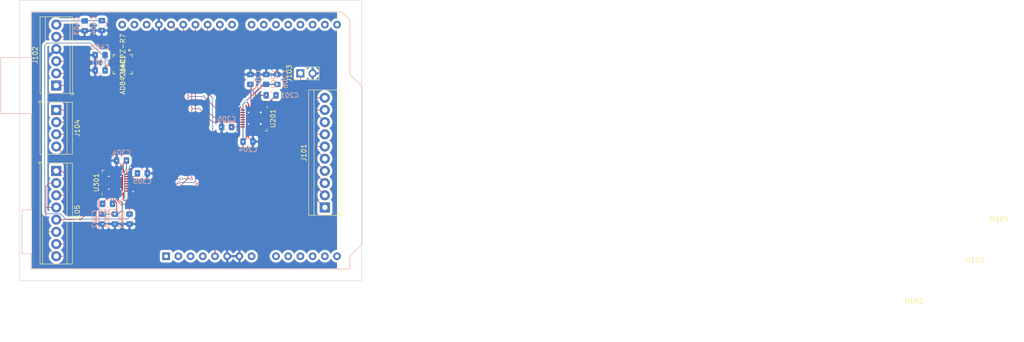
<source format=kicad_pcb>
(kicad_pcb (version 20171130) (host pcbnew "(5.1.5)-3")
  (layers (0 F.Cu signal) (31 B.Cu signal) (34 B.Paste user) (35 F.Paste user) (36 B.SilkS user) (37 F.SilkS user) (38 B.Mask user) (39 F.Mask user) (44 Edge.Cuts user))
  (net 0 "")
  (net 1 GND)
  (net 2 SCLK)
  (net 3 MISO)
  (net 4 MOSI)
  (net 5 ~CS1)
  (net 6 ~CS0)
  (net 7 +5V)
  (net 8 /ADC0/CAP-)
  (net 9 /ADC0/CAP+)
  (net 10 /ADC0/REF2.5V)
  (net 11 /ADC0/BYPASS)
  (net 12 /ADC1/CAP-)
  (net 13 /ADC1/CAP+)
  (net 14 2.5V)
  (net 15 /ADC1/BYPASS)
  (net 16 /ADC0/AIN0)
  (net 17 /ADC0/AIN1)
  (net 18 /ADC0/AIN2)
  (net 19 /ADC0/AIN3)
  (net 20 /ADC0/AIN4)
  (net 21 /ADC0/AIN5)
  (net 22 /ADC0/AIN6)
  (net 23 /ADC0/AIN7)
  (net 24 /ADC0/AIN8)
  (net 25 /ADC0/AIN9)
  (net 26 /amplifier/VEXC)
  (net 27 /amplifier/A-)
  (net 28 /amplifier/A+)
  (net 29 /amplifier/B+)
  (net 30 /amplifier/B-)
  (net 31 /ADC0/AINCOM)
  (net 32 /ADC1/AIN4)
  (net 33 /ADC1/AIN5)
  (net 34 /ADC1/AIN6)
  (net 35 /ADC1/AIN7)
  (net 36 /ADC1/AINCOM)
  (net 37 /ADC1/AIN0)
  (net 38 /ADC1/AIN1)
  (net 39 /ADC1/AIN2)
  (net 40 /ADC1/AIN3)
  (net 41 /B)
  (net 42 /A)
  (module Capacitor_SMD:C_0805_2012Metric_Pad1.15x1.40mm_HandSolder (layer B.Cu) (at 121.2215 73.8595 270)
    (fp_text reference C404 (at 0 1.65 270) (layer B.SilkS) (effects (justify mirror)))
    (fp_text value 10uF)
    (pad 2 smd roundrect (at 1.025 0 270) (size 1.15 1.4) (layers B.Cu B.Paste B.Mask) (roundrect_rratio 0.217391) (net 1 GND))
    (pad 1 smd roundrect (at -1.025 0 270) (size 1.15 1.4) (layers B.Cu B.Paste B.Mask) (roundrect_rratio 0.217391) (net 26 /amplifier/VEXC))
  )
  (module Capacitor_SMD:C_0805_2012Metric_Pad1.15x1.40mm_HandSolder (layer B.Cu) (at 117.6655 73.914 270)
    (fp_text reference C403 (at 0 1.65 270) (layer B.SilkS) (effects (justify mirror)))
    (fp_text value 0.1uF)
    (pad 2 smd roundrect (at 1.025 0 270) (size 1.15 1.4) (layers B.Cu B.Paste B.Mask) (roundrect_rratio 0.217391) (net 1 GND))
    (pad 1 smd roundrect (at -1.025 0 270) (size 1.15 1.4) (layers B.Cu B.Paste B.Mask) (roundrect_rratio 0.217391) (net 26 /amplifier/VEXC))
  )
  (module Capacitor_SMD:C_0805_2012Metric_Pad1.15x1.40mm_HandSolder (layer B.Cu) (at 120.895 80.01 180)
    (fp_text reference C402 (at 0 1.65) (layer B.SilkS) (effects (justify mirror)))
    (fp_text value 10uF)
    (pad 2 smd roundrect (at 1.025 0 180) (size 1.15 1.4) (layers B.Cu B.Paste B.Mask) (roundrect_rratio 0.217391) (net 1 GND))
    (pad 1 smd roundrect (at -1.025 0 180) (size 1.15 1.4) (layers B.Cu B.Paste B.Mask) (roundrect_rratio 0.217391) (net 14 2.5V))
  )
  (module Capacitor_SMD:C_0805_2012Metric_Pad1.15x1.40mm_HandSolder (layer B.Cu) (at 120.895 83.185 180)
    (fp_text reference C401 (at 0 1.65) (layer B.SilkS) (effects (justify mirror)))
    (fp_text value 0.1uF)
    (pad 2 smd roundrect (at 1.025 0 180) (size 1.15 1.4) (layers B.Cu B.Paste B.Mask) (roundrect_rratio 0.217391) (net 1 GND))
    (pad 1 smd roundrect (at -1.025 0 180) (size 1.15 1.4) (layers B.Cu B.Paste B.Mask) (roundrect_rratio 0.217391) (net 14 2.5V))
  )
  (module Capacitor_SMD:C_0805_2012Metric_Pad1.15x1.40mm_HandSolder (layer B.Cu) (at 123.952 114.173 270)
    (fp_text reference C306 (at 0 1.65 270) (layer B.SilkS) (effects (justify mirror)))
    (fp_text value 10uF)
    (pad 2 smd roundrect (at 1.025 0 270) (size 1.15 1.4) (layers B.Cu B.Paste B.Mask) (roundrect_rratio 0.217391) (net 1 GND))
    (pad 1 smd roundrect (at -1.025 0 270) (size 1.15 1.4) (layers B.Cu B.Paste B.Mask) (roundrect_rratio 0.217391) (net 7 +5V))
  )
  (module Capacitor_SMD:C_0805_2012Metric_Pad1.15x1.40mm_HandSolder (layer B.Cu) (at 129.667 104.648)
    (fp_text reference C305 (at 0 1.65) (layer B.SilkS) (effects (justify mirror)))
    (fp_text value 1uF)
    (pad 2 smd roundrect (at 1.025 0) (size 1.15 1.4) (layers B.Cu B.Paste B.Mask) (roundrect_rratio 0.217391) (net 1 GND))
    (pad 1 smd roundrect (at -1.025 0) (size 1.15 1.4) (layers B.Cu B.Paste B.Mask) (roundrect_rratio 0.217391) (net 15 /ADC1/BYPASS))
  )
  (module Capacitor_SMD:C_0805_2012Metric_Pad1.15x1.40mm_HandSolder (layer B.Cu) (at 125.34 101.981 180)
    (fp_text reference C304 (at 0 1.65) (layer B.SilkS) (effects (justify mirror)))
    (fp_text value 1uF)
    (pad 2 smd roundrect (at 1.025 0 180) (size 1.15 1.4) (layers B.Cu B.Paste B.Mask) (roundrect_rratio 0.217391) (net 1 GND))
    (pad 1 smd roundrect (at -1.025 0 180) (size 1.15 1.4) (layers B.Cu B.Paste B.Mask) (roundrect_rratio 0.217391) (net 7 +5V))
  )
  (module Capacitor_SMD:C_0805_2012Metric_Pad1.15x1.40mm_HandSolder (layer B.Cu) (at 127 114.173 270)
    (fp_text reference C303 (at 0 1.65 270) (layer B.SilkS) (effects (justify mirror)))
    (fp_text value 10uF)
    (pad 2 smd roundrect (at 1.025 0 270) (size 1.15 1.4) (layers B.Cu B.Paste B.Mask) (roundrect_rratio 0.217391) (net 1 GND))
    (pad 1 smd roundrect (at -1.025 0 270) (size 1.15 1.4) (layers B.Cu B.Paste B.Mask) (roundrect_rratio 0.217391) (net 14 2.5V))
  )
  (module Capacitor_SMD:C_0805_2012Metric_Pad1.15x1.40mm_HandSolder (layer B.Cu) (at 121.412 114.182 270)
    (fp_text reference C302 (at 0 1.65 270) (layer B.SilkS) (effects (justify mirror)))
    (fp_text value 1uF)
    (pad 2 smd roundrect (at 1.025 0 270) (size 1.15 1.4) (layers B.Cu B.Paste B.Mask) (roundrect_rratio 0.217391) (net 1 GND))
    (pad 1 smd roundrect (at -1.025 0 270) (size 1.15 1.4) (layers B.Cu B.Paste B.Mask) (roundrect_rratio 0.217391) (net 7 +5V))
  )
  (module Capacitor_SMD:C_0805_2012Metric_Pad1.15x1.40mm_HandSolder (layer B.Cu) (at 122.437 110.998)
    (fp_text reference C301 (at 0 1.65) (layer B.SilkS) (effects (justify mirror)))
    (fp_text value "4.7nF C0G")
    (pad 2 smd roundrect (at 1.025 0) (size 1.15 1.4) (layers B.Cu B.Paste B.Mask) (roundrect_rratio 0.217391) (net 12 /ADC1/CAP-))
    (pad 1 smd roundrect (at -1.025 0) (size 1.15 1.4) (layers B.Cu B.Paste B.Mask) (roundrect_rratio 0.217391) (net 13 /ADC1/CAP+))
  )
  (module Capacitor_SMD:C_0805_2012Metric_Pad1.15x1.40mm_HandSolder (layer B.Cu) (at 157.734 85.081 90)
    (fp_text reference C206 (at 0 1.65 270) (layer B.SilkS) (effects (justify mirror)))
    (fp_text value 10uF)
    (pad 2 smd roundrect (at 1.025 0 90) (size 1.15 1.4) (layers B.Cu B.Paste B.Mask) (roundrect_rratio 0.217391) (net 1 GND))
    (pad 1 smd roundrect (at -1.025 0 90) (size 1.15 1.4) (layers B.Cu B.Paste B.Mask) (roundrect_rratio 0.217391) (net 7 +5V))
  )
  (module Capacitor_SMD:C_0805_2012Metric_Pad1.15x1.40mm_HandSolder (layer B.Cu) (at 147.207 94.996 180)
    (fp_text reference C205 (at 0 1.65) (layer B.SilkS) (effects (justify mirror)))
    (fp_text value 1uF)
    (pad 2 smd roundrect (at 1.025 0 180) (size 1.15 1.4) (layers B.Cu B.Paste B.Mask) (roundrect_rratio 0.217391) (net 1 GND))
    (pad 1 smd roundrect (at -1.025 0 180) (size 1.15 1.4) (layers B.Cu B.Paste B.Mask) (roundrect_rratio 0.217391) (net 11 /ADC0/BYPASS))
  )
  (module Capacitor_SMD:C_0805_2012Metric_Pad1.15x1.40mm_HandSolder (layer B.Cu) (at 151.647 98.044)
    (fp_text reference C204 (at 0 1.65 180) (layer B.SilkS) (effects (justify mirror)))
    (fp_text value 1uF)
    (pad 2 smd roundrect (at 1.025 0) (size 1.15 1.4) (layers B.Cu B.Paste B.Mask) (roundrect_rratio 0.217391) (net 1 GND))
    (pad 1 smd roundrect (at -1.025 0) (size 1.15 1.4) (layers B.Cu B.Paste B.Mask) (roundrect_rratio 0.217391) (net 7 +5V))
  )
  (module Capacitor_SMD:C_0805_2012Metric_Pad1.15x1.40mm_HandSolder (layer B.Cu) (at 152.146 85.081 90)
    (fp_text reference C203 (at 0 1.65 270) (layer B.SilkS) (effects (justify mirror)))
    (fp_text value 10uF)
    (pad 2 smd roundrect (at 1.025 0 90) (size 1.15 1.4) (layers B.Cu B.Paste B.Mask) (roundrect_rratio 0.217391) (net 1 GND))
    (pad 1 smd roundrect (at -1.025 0 90) (size 1.15 1.4) (layers B.Cu B.Paste B.Mask) (roundrect_rratio 0.217391) (net 10 /ADC0/REF2.5V))
  )
  (module Capacitor_SMD:C_0805_2012Metric_Pad1.15x1.40mm_HandSolder (layer B.Cu) (at 155.448 85.081 90)
    (fp_text reference C202 (at 0 1.65 270) (layer B.SilkS) (effects (justify mirror)))
    (fp_text value 1uF)
    (pad 2 smd roundrect (at 1.025 0 90) (size 1.15 1.4) (layers B.Cu B.Paste B.Mask) (roundrect_rratio 0.217391) (net 1 GND))
    (pad 1 smd roundrect (at -1.025 0 90) (size 1.15 1.4) (layers B.Cu B.Paste B.Mask) (roundrect_rratio 0.217391) (net 7 +5V))
  )
  (module Capacitor_SMD:C_0805_2012Metric_Pad1.15x1.40mm_HandSolder (layer B.Cu) (at 156.464 88.392 180)
    (fp_text reference C201 (at -3.81 0) (layer B.SilkS) (effects (justify mirror)))
    (fp_text value "4.7nF C0G")
    (pad 2 smd roundrect (at 1.025 0 180) (size 1.15 1.4) (layers B.Cu B.Paste B.Mask) (roundrect_rratio 0.217391) (net 8 /ADC0/CAP-))
    (pad 1 smd roundrect (at -1.025 0 180) (size 1.15 1.4) (layers B.Cu B.Paste B.Mask) (roundrect_rratio 0.217391) (net 9 /ADC0/CAP+))
  )
  (module footprints:AD8426ACPZ-R7 (layer F.Cu) (at 125.603 81.915 270)
    (fp_text reference U401 (at 0 0 90) (layer F.SilkS))
    (fp_text value AD8426ACPZ-R7 (at 0 0 90) (layer F.SilkS))
    (fp_text user * (at -2.9337 -1.681 90) (layer F.SilkS))
    (pad 16 smd rect (at -0.974999 -1.7653 270) (size 0.3556 1.0668) (layers F.Cu F.Paste F.Mask) (net 26 /amplifier/VEXC))
    (pad 15 smd rect (at -0.325001 -1.7653 270) (size 0.3556 1.0668) (layers F.Cu F.Paste F.Mask) (net 42 /A))
    (pad 14 smd rect (at 0.325001 -1.7653 270) (size 0.3556 1.0668) (layers F.Cu F.Paste F.Mask) (net 41 /B))
    (pad 13 smd rect (at 0.974999 -1.7653 270) (size 0.3556 1.0668) (layers F.Cu F.Paste F.Mask) (net 1 GND))
    (pad 12 smd rect (at 1.7653 -0.974999) (size 0.3556 1.0668) (layers F.Cu F.Paste F.Mask) (net 30 /amplifier/B-))
    (pad 11 smd rect (at 1.7653 -0.325001) (size 0.3556 1.0668) (layers F.Cu F.Paste F.Mask))
    (pad 10 smd rect (at 1.7653 0.325001) (size 0.3556 1.0668) (layers F.Cu F.Paste F.Mask))
    (pad 9 smd rect (at 1.7653 0.974999) (size 0.3556 1.0668) (layers F.Cu F.Paste F.Mask) (net 29 /amplifier/B+))
    (pad 8 smd rect (at 0.974999 1.7653 270) (size 0.3556 1.0668) (layers F.Cu F.Paste F.Mask) (net 1 GND))
    (pad 7 smd rect (at 0.325001 1.7653 270) (size 0.3556 1.0668) (layers F.Cu F.Paste F.Mask) (net 14 2.5V))
    (pad 6 smd rect (at -0.325001 1.7653 270) (size 0.3556 1.0668) (layers F.Cu F.Paste F.Mask) (net 14 2.5V))
    (pad 5 smd rect (at -0.974999 1.7653 270) (size 0.3556 1.0668) (layers F.Cu F.Paste F.Mask) (net 26 /amplifier/VEXC))
    (pad 4 smd rect (at -1.7653 0.974999) (size 0.3556 1.0668) (layers F.Cu F.Paste F.Mask) (net 28 /amplifier/A+))
    (pad 3 smd rect (at -1.7653 0.325001) (size 0.3556 1.0668) (layers F.Cu F.Paste F.Mask))
    (pad 2 smd rect (at -1.7653 -0.325001) (size 0.3556 1.0668) (layers F.Cu F.Paste F.Mask))
    (pad 1 smd rect (at -1.7653 -0.974999) (size 0.3556 1.0668) (layers F.Cu F.Paste F.Mask) (net 27 /amplifier/A-))
  )
  (module Package_DFN_QFN:Texas_S-PVQFN-N32_EP3.45x3.45mm (layer F.Cu) (at 123.94 106.5775 90)
    (fp_text reference U301 (at 0 -3.82 90) (layer F.SilkS))
    (fp_text value ADS1261BIRHBR)
    (pad 32 smd roundrect (at -1.75 -2.4375 90) (size 0.25 0.875) (layers F.Cu F.Paste F.Mask) (net 37 /ADC1/AIN0))
    (pad 31 smd roundrect (at -1.25 -2.4375 90) (size 0.25 0.875) (layers F.Cu F.Paste F.Mask) (net 38 /ADC1/AIN1))
    (pad 30 smd roundrect (at -0.75 -2.4375 90) (size 0.25 0.875) (layers F.Cu F.Paste F.Mask) (net 39 /ADC1/AIN2))
    (pad 29 smd roundrect (at -0.25 -2.4375 90) (size 0.25 0.875) (layers F.Cu F.Paste F.Mask) (net 40 /ADC1/AIN3))
    (pad 28 smd roundrect (at 0.25 -2.4375 90) (size 0.25 0.875) (layers F.Cu F.Paste F.Mask) (net 32 /ADC1/AIN4))
    (pad 27 smd roundrect (at 0.75 -2.4375 90) (size 0.25 0.875) (layers F.Cu F.Paste F.Mask) (net 33 /ADC1/AIN5))
    (pad 26 smd roundrect (at 1.25 -2.4375 90) (size 0.25 0.875) (layers F.Cu F.Paste F.Mask) (net 34 /ADC1/AIN6))
    (pad 25 smd roundrect (at 1.75 -2.4375 90) (size 0.25 0.875) (layers F.Cu F.Paste F.Mask) (net 35 /ADC1/AIN7))
    (pad 24 smd roundrect (at 2.4375 -1.75 90) (size 0.875 0.25) (layers F.Cu F.Paste F.Mask) (net 41 /B))
    (pad 23 smd roundrect (at 2.4375 -1.25 90) (size 0.875 0.25) (layers F.Cu F.Paste F.Mask) (net 42 /A))
    (pad 22 smd roundrect (at 2.4375 -0.75 90) (size 0.875 0.25) (layers F.Cu F.Paste F.Mask))
    (pad 21 smd roundrect (at 2.4375 -0.25 90) (size 0.875 0.25) (layers F.Cu F.Paste F.Mask))
    (pad 20 smd roundrect (at 2.4375 0.25 90) (size 0.875 0.25) (layers F.Cu F.Paste F.Mask))
    (pad 19 smd roundrect (at 2.4375 0.75 90) (size 0.875 0.25) (layers F.Cu F.Paste F.Mask))
    (pad 18 smd roundrect (at 2.4375 1.25 90) (size 0.875 0.25) (layers F.Cu F.Paste F.Mask) (net 1 GND))
    (pad 17 smd roundrect (at 2.4375 1.75 90) (size 0.875 0.25) (layers F.Cu F.Paste F.Mask) (net 7 +5V))
    (pad 16 smd roundrect (at 1.75 2.4375 90) (size 0.25 0.875) (layers F.Cu F.Paste F.Mask) (net 1 GND))
    (pad 15 smd roundrect (at 1.25 2.4375 90) (size 0.25 0.875) (layers F.Cu F.Paste F.Mask) (net 15 /ADC1/BYPASS))
    (pad 14 smd roundrect (at 0.75 2.4375 90) (size 0.25 0.875) (layers F.Cu F.Paste F.Mask) (net 3 MISO))
    (pad 13 smd roundrect (at 0.25 2.4375 90) (size 0.25 0.875) (layers F.Cu F.Paste F.Mask))
    (pad 12 smd roundrect (at -0.25 2.4375 90) (size 0.25 0.875) (layers F.Cu F.Paste F.Mask) (net 4 MOSI))
    (pad 11 smd roundrect (at -0.75 2.4375 90) (size 0.25 0.875) (layers F.Cu F.Paste F.Mask) (net 2 SCLK))
    (pad 10 smd roundrect (at -1.25 2.4375 90) (size 0.25 0.875) (layers F.Cu F.Paste F.Mask) (net 5 ~CS1))
    (pad 9 smd roundrect (at -1.75 2.4375 90) (size 0.25 0.875) (layers F.Cu F.Paste F.Mask) (net 1 GND))
    (pad 8 smd roundrect (at -2.4375 1.75 90) (size 0.875 0.25) (layers F.Cu F.Paste F.Mask) (net 7 +5V))
    (pad 7 smd roundrect (at -2.4375 1.25 90) (size 0.875 0.25) (layers F.Cu F.Paste F.Mask) (net 7 +5V))
    (pad 6 smd roundrect (at -2.4375 0.75 90) (size 0.875 0.25) (layers F.Cu F.Paste F.Mask) (net 14 2.5V))
    (pad 5 smd roundrect (at -2.4375 0.25 90) (size 0.875 0.25) (layers F.Cu F.Paste F.Mask) (net 1 GND))
    (pad 4 smd roundrect (at -2.4375 -0.25 90) (size 0.875 0.25) (layers F.Cu F.Paste F.Mask) (net 7 +5V))
    (pad 3 smd roundrect (at -2.4375 -0.75 90) (size 0.875 0.25) (layers F.Cu F.Paste F.Mask) (net 12 /ADC1/CAP-))
    (pad 2 smd roundrect (at -2.4375 -1.25 90) (size 0.875 0.25) (layers F.Cu F.Paste F.Mask) (net 13 /ADC1/CAP+))
    (pad 1 smd roundrect (at -2.4375 -1.75 90) (size 0.875 0.25) (layers F.Cu F.Paste F.Mask) (net 36 /ADC1/AINCOM))
    (pad 33 smd roundrect (at 0 0 90) (size 3.45 3.45) (layers F.Cu F.Mask) (roundrect_rratio 0.072464) (net 1 GND))
  )
  (module Package_DFN_QFN:Texas_S-PVQFN-N32_EP3.45x3.45mm (layer F.Cu) (at 153.035 93.225 270)
    (fp_text reference U201 (at 0 -3.82 90) (layer F.SilkS))
    (fp_text value ADS1261BIRHBR)
    (pad 32 smd roundrect (at -1.75 -2.4375 270) (size 0.25 0.875) (layers F.Cu F.Paste F.Mask) (net 16 /ADC0/AIN0))
    (pad 31 smd roundrect (at -1.25 -2.4375 270) (size 0.25 0.875) (layers F.Cu F.Paste F.Mask) (net 17 /ADC0/AIN1))
    (pad 30 smd roundrect (at -0.75 -2.4375 270) (size 0.25 0.875) (layers F.Cu F.Paste F.Mask) (net 18 /ADC0/AIN2))
    (pad 29 smd roundrect (at -0.25 -2.4375 270) (size 0.25 0.875) (layers F.Cu F.Paste F.Mask) (net 19 /ADC0/AIN3))
    (pad 28 smd roundrect (at 0.25 -2.4375 270) (size 0.25 0.875) (layers F.Cu F.Paste F.Mask) (net 20 /ADC0/AIN4))
    (pad 27 smd roundrect (at 0.75 -2.4375 270) (size 0.25 0.875) (layers F.Cu F.Paste F.Mask) (net 21 /ADC0/AIN5))
    (pad 26 smd roundrect (at 1.25 -2.4375 270) (size 0.25 0.875) (layers F.Cu F.Paste F.Mask) (net 22 /ADC0/AIN6))
    (pad 25 smd roundrect (at 1.75 -2.4375 270) (size 0.25 0.875) (layers F.Cu F.Paste F.Mask) (net 23 /ADC0/AIN7))
    (pad 24 smd roundrect (at 2.4375 -1.75 270) (size 0.875 0.25) (layers F.Cu F.Paste F.Mask) (net 24 /ADC0/AIN8))
    (pad 23 smd roundrect (at 2.4375 -1.25 270) (size 0.875 0.25) (layers F.Cu F.Paste F.Mask) (net 25 /ADC0/AIN9))
    (pad 22 smd roundrect (at 2.4375 -0.75 270) (size 0.875 0.25) (layers F.Cu F.Paste F.Mask))
    (pad 21 smd roundrect (at 2.4375 -0.25 270) (size 0.875 0.25) (layers F.Cu F.Paste F.Mask))
    (pad 20 smd roundrect (at 2.4375 0.25 270) (size 0.875 0.25) (layers F.Cu F.Paste F.Mask))
    (pad 19 smd roundrect (at 2.4375 0.75 270) (size 0.875 0.25) (layers F.Cu F.Paste F.Mask))
    (pad 18 smd roundrect (at 2.4375 1.25 270) (size 0.875 0.25) (layers F.Cu F.Paste F.Mask) (net 1 GND))
    (pad 17 smd roundrect (at 2.4375 1.75 270) (size 0.875 0.25) (layers F.Cu F.Paste F.Mask) (net 7 +5V))
    (pad 16 smd roundrect (at 1.75 2.4375 270) (size 0.25 0.875) (layers F.Cu F.Paste F.Mask) (net 1 GND))
    (pad 15 smd roundrect (at 1.25 2.4375 270) (size 0.25 0.875) (layers F.Cu F.Paste F.Mask) (net 11 /ADC0/BYPASS))
    (pad 14 smd roundrect (at 0.75 2.4375 270) (size 0.25 0.875) (layers F.Cu F.Paste F.Mask) (net 3 MISO))
    (pad 13 smd roundrect (at 0.25 2.4375 270) (size 0.25 0.875) (layers F.Cu F.Paste F.Mask))
    (pad 12 smd roundrect (at -0.25 2.4375 270) (size 0.25 0.875) (layers F.Cu F.Paste F.Mask) (net 4 MOSI))
    (pad 11 smd roundrect (at -0.75 2.4375 270) (size 0.25 0.875) (layers F.Cu F.Paste F.Mask) (net 2 SCLK))
    (pad 10 smd roundrect (at -1.25 2.4375 270) (size 0.25 0.875) (layers F.Cu F.Paste F.Mask) (net 6 ~CS0))
    (pad 9 smd roundrect (at -1.75 2.4375 270) (size 0.25 0.875) (layers F.Cu F.Paste F.Mask) (net 1 GND))
    (pad 8 smd roundrect (at -2.4375 1.75 270) (size 0.875 0.25) (layers F.Cu F.Paste F.Mask) (net 7 +5V))
    (pad 7 smd roundrect (at -2.4375 1.25 270) (size 0.875 0.25) (layers F.Cu F.Paste F.Mask) (net 7 +5V))
    (pad 6 smd roundrect (at -2.4375 0.75 270) (size 0.875 0.25) (layers F.Cu F.Paste F.Mask) (net 10 /ADC0/REF2.5V))
    (pad 5 smd roundrect (at -2.4375 0.25 270) (size 0.875 0.25) (layers F.Cu F.Paste F.Mask) (net 1 GND))
    (pad 4 smd roundrect (at -2.4375 -0.25 270) (size 0.875 0.25) (layers F.Cu F.Paste F.Mask) (net 7 +5V))
    (pad 3 smd roundrect (at -2.4375 -0.75 270) (size 0.875 0.25) (layers F.Cu F.Paste F.Mask) (net 8 /ADC0/CAP-))
    (pad 2 smd roundrect (at -2.4375 -1.25 270) (size 0.875 0.25) (layers F.Cu F.Paste F.Mask) (net 9 /ADC0/CAP+))
    (pad 1 smd roundrect (at -2.4375 -1.75 270) (size 0.875 0.25) (layers F.Cu F.Paste F.Mask) (net 31 /ADC0/AINCOM))
    (pad 33 smd roundrect (at 0 0 270) (size 3.45 3.45) (layers F.Cu F.Mask) (roundrect_rratio 0.072464) (net 1 GND))
  )
  (module TerminalBlock_TE-Connectivity:TerminalBlock_TE_282834-8_1x08_P2.54mm_Horizontal (layer F.Cu) (at 111.76 104.14 270)
    (fp_text reference J105 (at 8.89 -4.37 90) (layer F.SilkS))
    (fp_text value Screw_Terminal_01x08)
    (pad 8 thru_hole circle (at 17.78 0 270) (size 2.1 2.1) (drill 1.1) (layers *.Cu *.Mask) (net 36 /ADC1/AINCOM))
    (pad 7 thru_hole circle (at 15.24 0 270) (size 2.1 2.1) (drill 1.1) (layers *.Cu *.Mask) (net 37 /ADC1/AIN0))
    (pad 6 thru_hole circle (at 12.7 0 270) (size 2.1 2.1) (drill 1.1) (layers *.Cu *.Mask) (net 36 /ADC1/AINCOM))
    (pad 5 thru_hole circle (at 10.16 0 270) (size 2.1 2.1) (drill 1.1) (layers *.Cu *.Mask) (net 38 /ADC1/AIN1))
    (pad 4 thru_hole circle (at 7.62 0 270) (size 2.1 2.1) (drill 1.1) (layers *.Cu *.Mask) (net 36 /ADC1/AINCOM))
    (pad 3 thru_hole circle (at 5.08 0 270) (size 2.1 2.1) (drill 1.1) (layers *.Cu *.Mask) (net 39 /ADC1/AIN2))
    (pad 2 thru_hole circle (at 2.54 0 270) (size 2.1 2.1) (drill 1.1) (layers *.Cu *.Mask) (net 36 /ADC1/AINCOM))
    (pad 1 thru_hole rect (at 0 0 270) (size 2.1 2.1) (drill 1.1) (layers *.Cu *.Mask) (net 40 /ADC1/AIN3))
  )
  (module TerminalBlock_TE-Connectivity:TerminalBlock_TE_282834-4_1x04_P2.54mm_Horizontal (layer F.Cu) (at 111.76 91.44 270)
    (fp_text reference J104 (at 3.81 -4.37 90) (layer F.SilkS))
    (fp_text value Screw_Terminal_01x04)
    (pad 4 thru_hole circle (at 7.62 0 270) (size 2.1 2.1) (drill 1.1) (layers *.Cu *.Mask) (net 32 /ADC1/AIN4))
    (pad 3 thru_hole circle (at 5.08 0 270) (size 2.1 2.1) (drill 1.1) (layers *.Cu *.Mask) (net 33 /ADC1/AIN5))
    (pad 2 thru_hole circle (at 2.54 0 270) (size 2.1 2.1) (drill 1.1) (layers *.Cu *.Mask) (net 34 /ADC1/AIN6))
    (pad 1 thru_hole rect (at 0 0 270) (size 2.1 2.1) (drill 1.1) (layers *.Cu *.Mask) (net 35 /ADC1/AIN7))
  )
  (module Connector_PinHeader_2.54mm:PinHeader_1x02_P2.54mm_Vertical (layer F.Cu) (at 162.56 83.82 90)
    (fp_text reference J103 (at 0 -2.33 90) (layer F.SilkS))
    (fp_text value Conn_01x02_Male)
    (pad 2 thru_hole oval (at 0 2.54 90) (size 1.7 1.7) (drill 1) (layers *.Cu *.Mask) (net 1 GND))
    (pad 1 thru_hole rect (at 0 0 90) (size 1.7 1.7) (drill 1) (layers *.Cu *.Mask) (net 31 /ADC0/AINCOM))
  )
  (module TerminalBlock_TE-Connectivity:TerminalBlock_TE_282834-6_1x06_P2.54mm_Horizontal (layer F.Cu) (at 111.76 86.36 90)
    (fp_text reference J102 (at 6.35 -4.37 90) (layer F.SilkS))
    (fp_text value Screw_Terminal_01x06)
    (pad 6 thru_hole circle (at 12.7 0 90) (size 2.1 2.1) (drill 1.1) (layers *.Cu *.Mask) (net 26 /amplifier/VEXC))
    (pad 5 thru_hole circle (at 10.16 0 90) (size 2.1 2.1) (drill 1.1) (layers *.Cu *.Mask) (net 27 /amplifier/A-))
    (pad 4 thru_hole circle (at 7.62 0 90) (size 2.1 2.1) (drill 1.1) (layers *.Cu *.Mask) (net 1 GND))
    (pad 3 thru_hole circle (at 5.08 0 90) (size 2.1 2.1) (drill 1.1) (layers *.Cu *.Mask) (net 28 /amplifier/A+))
    (pad 2 thru_hole circle (at 2.54 0 90) (size 2.1 2.1) (drill 1.1) (layers *.Cu *.Mask) (net 29 /amplifier/B+))
    (pad 1 thru_hole rect (at 0 0 90) (size 2.1 2.1) (drill 1.1) (layers *.Cu *.Mask) (net 30 /amplifier/B-))
  )
  (module TerminalBlock_TE-Connectivity:TerminalBlock_TE_1-282834-0_1x10_P2.54mm_Horizontal (layer F.Cu) (at 167.64 111.76 90)
    (fp_text reference J101 (at 11.43 -4.37 90) (layer F.SilkS))
    (fp_text value Screw_Terminal_01x10)
    (pad 10 thru_hole circle (at 22.86 0 90) (size 2.1 2.1) (drill 1.1) (layers *.Cu *.Mask) (net 16 /ADC0/AIN0))
    (pad 9 thru_hole circle (at 20.32 0 90) (size 2.1 2.1) (drill 1.1) (layers *.Cu *.Mask) (net 17 /ADC0/AIN1))
    (pad 8 thru_hole circle (at 17.78 0 90) (size 2.1 2.1) (drill 1.1) (layers *.Cu *.Mask) (net 18 /ADC0/AIN2))
    (pad 7 thru_hole circle (at 15.24 0 90) (size 2.1 2.1) (drill 1.1) (layers *.Cu *.Mask) (net 19 /ADC0/AIN3))
    (pad 6 thru_hole circle (at 12.7 0 90) (size 2.1 2.1) (drill 1.1) (layers *.Cu *.Mask) (net 20 /ADC0/AIN4))
    (pad 5 thru_hole circle (at 10.16 0 90) (size 2.1 2.1) (drill 1.1) (layers *.Cu *.Mask) (net 21 /ADC0/AIN5))
    (pad 4 thru_hole circle (at 7.62 0 90) (size 2.1 2.1) (drill 1.1) (layers *.Cu *.Mask) (net 22 /ADC0/AIN6))
    (pad 3 thru_hole circle (at 5.08 0 90) (size 2.1 2.1) (drill 1.1) (layers *.Cu *.Mask) (net 23 /ADC0/AIN7))
    (pad 2 thru_hole circle (at 2.54 0 90) (size 2.1 2.1) (drill 1.1) (layers *.Cu *.Mask) (net 24 /ADC0/AIN8))
    (pad 1 thru_hole rect (at 0 0 90) (size 2.1 2.1) (drill 1.1) (layers *.Cu *.Mask) (net 25 /ADC0/AIN9))
  )
  (module MountingHole:MountingHole_3.2mm_M3_ISO7380 (layer F.Cu) (at 307.9635 117.994)
    (fp_text reference H104 (at 0 -3.85) (layer F.SilkS))
    (fp_text value MountingHole)
    (pad 1 np_thru_hole circle (at 0 0) (size 3.2 3.2) (drill 3.2) (layers *.Cu *.Mask))
  )
  (module MountingHole:MountingHole_3.2mm_M3_ISO7380 (layer F.Cu) (at 290.2135 135.094)
    (fp_text reference H103 (at 0 -3.85) (layer F.SilkS))
    (fp_text value MountingHole)
    (pad 1 np_thru_hole circle (at 0 0) (size 3.2 3.2) (drill 3.2) (layers *.Cu *.Mask))
  )
  (module MountingHole:MountingHole_3.2mm_M3_ISO7380 (layer F.Cu) (at 302.8935 126.544)
    (fp_text reference H102 (at 0 -3.85) (layer F.SilkS))
    (fp_text value MountingHole)
    (pad 1 np_thru_hole circle (at 0 0) (size 3.2 3.2) (drill 3.2) (layers *.Cu *.Mask))
  )
  (module Module:Arduino_UNO_R3 (layer B.Cu) (at 134.62 121.92)
    (fp_text reference A101 hide)
    (fp_text value Arduino_UNO_R3)
    (pad 16 thru_hole oval (at 33.02 -48.26 270) (size 1.6 1.6) (drill 0.8) (layers *.Cu *.Mask))
    (pad 15 thru_hole oval (at 35.56 -48.26 270) (size 1.6 1.6) (drill 0.8) (layers *.Cu *.Mask))
    (pad 30 thru_hole oval (at -4.06 -48.26 270) (size 1.6 1.6) (drill 0.8) (layers *.Cu *.Mask))
    (pad 14 thru_hole oval (at 35.56 0 270) (size 1.6 1.6) (drill 0.8) (layers *.Cu *.Mask))
    (pad 29 thru_hole oval (at -1.52 -48.26 270) (size 1.6 1.6) (drill 0.8) (layers *.Cu *.Mask) (net 1 GND))
    (pad 13 thru_hole oval (at 33.02 0 270) (size 1.6 1.6) (drill 0.8) (layers *.Cu *.Mask))
    (pad 28 thru_hole oval (at 1.02 -48.26 270) (size 1.6 1.6) (drill 0.8) (layers *.Cu *.Mask) (net 2 SCLK))
    (pad 12 thru_hole oval (at 30.48 0 270) (size 1.6 1.6) (drill 0.8) (layers *.Cu *.Mask))
    (pad 27 thru_hole oval (at 3.56 -48.26 270) (size 1.6 1.6) (drill 0.8) (layers *.Cu *.Mask) (net 3 MISO))
    (pad 11 thru_hole oval (at 27.94 0 270) (size 1.6 1.6) (drill 0.8) (layers *.Cu *.Mask))
    (pad 26 thru_hole oval (at 6.1 -48.26 270) (size 1.6 1.6) (drill 0.8) (layers *.Cu *.Mask) (net 4 MOSI))
    (pad 10 thru_hole oval (at 25.4 0 270) (size 1.6 1.6) (drill 0.8) (layers *.Cu *.Mask))
    (pad 25 thru_hole oval (at 8.64 -48.26 270) (size 1.6 1.6) (drill 0.8) (layers *.Cu *.Mask) (net 5 ~CS1))
    (pad 9 thru_hole oval (at 22.86 0 270) (size 1.6 1.6) (drill 0.8) (layers *.Cu *.Mask))
    (pad 24 thru_hole oval (at 11.18 -48.26 270) (size 1.6 1.6) (drill 0.8) (layers *.Cu *.Mask) (net 6 ~CS0))
    (pad 8 thru_hole oval (at 17.78 0 270) (size 1.6 1.6) (drill 0.8) (layers *.Cu *.Mask))
    (pad 23 thru_hole oval (at 13.72 -48.26 270) (size 1.6 1.6) (drill 0.8) (layers *.Cu *.Mask))
    (pad 7 thru_hole oval (at 15.24 0 270) (size 1.6 1.6) (drill 0.8) (layers *.Cu *.Mask) (net 1 GND))
    (pad 22 thru_hole oval (at 17.78 -48.26 270) (size 1.6 1.6) (drill 0.8) (layers *.Cu *.Mask))
    (pad 6 thru_hole oval (at 12.7 0 270) (size 1.6 1.6) (drill 0.8) (layers *.Cu *.Mask) (net 1 GND))
    (pad 21 thru_hole oval (at 20.32 -48.26 270) (size 1.6 1.6) (drill 0.8) (layers *.Cu *.Mask))
    (pad 5 thru_hole oval (at 10.16 0 270) (size 1.6 1.6) (drill 0.8) (layers *.Cu *.Mask) (net 7 +5V))
    (pad 20 thru_hole oval (at 22.86 -48.26 270) (size 1.6 1.6) (drill 0.8) (layers *.Cu *.Mask))
    (pad 4 thru_hole oval (at 7.62 0 270) (size 1.6 1.6) (drill 0.8) (layers *.Cu *.Mask))
    (pad 19 thru_hole oval (at 25.4 -48.26 270) (size 1.6 1.6) (drill 0.8) (layers *.Cu *.Mask))
    (pad 3 thru_hole oval (at 5.08 0 270) (size 1.6 1.6) (drill 0.8) (layers *.Cu *.Mask))
    (pad 18 thru_hole oval (at 27.94 -48.26 270) (size 1.6 1.6) (drill 0.8) (layers *.Cu *.Mask))
    (pad 2 thru_hole oval (at 2.54 0 270) (size 1.6 1.6) (drill 0.8) (layers *.Cu *.Mask))
    (pad 17 thru_hole oval (at 30.48 -48.26 270) (size 1.6 1.6) (drill 0.8) (layers *.Cu *.Mask))
    (pad 1 thru_hole rect (at 0 0 270) (size 1.6 1.6) (drill 0.8) (layers *.Cu *.Mask))
    (pad 31 thru_hole oval (at -6.6 -48.26 270) (size 1.6 1.6) (drill 0.8) (layers *.Cu *.Mask))
    (pad 32 thru_hole oval (at -9.14 -48.26 270) (size 1.6 1.6) (drill 0.8) (layers *.Cu *.Mask))
  )
  (gr_line (start 175.26 68.58) (end 175.26 127) (layer Edge.Cuts) (width 0.1))
  (gr_line (start 104.14 68.58) (end 175.26 68.58) (layer Edge.Cuts) (width 0.1))
  (gr_line (start 104.14 127) (end 104.14 68.58) (layer Edge.Cuts) (width 0.1))
  (gr_line (start 175.26 127) (end 104.14 127) (layer Edge.Cuts) (width 0.1))
  (via (at 151.765 94.361) (size 0.4572) (drill 0.3048) (layers F.Cu B.Cu) (net 1))
  (via (at 151.765 91.948) (size 0.4572) (drill 0.3048) (layers F.Cu B.Cu) (net 1))
  (via (at 122.682 105.283) (size 0.4572) (drill 0.3048) (layers F.Cu B.Cu) (net 1))
  (via (at 122.682 107.95) (size 0.4572) (drill 0.3048) (layers F.Cu B.Cu) (net 1))
  (via (at 125.222 107.95) (size 0.4572) (drill 0.3048) (layers F.Cu B.Cu) (net 1))
  (via (at 125.222 105.283) (size 0.4572) (drill 0.3048) (layers F.Cu B.Cu) (net 1))
  (via (at 154.305 94.361) (size 0.508) (drill 0.4064) (layers F.Cu B.Cu) (net 1))
  (via (at 154.305 91.948) (size 0.508) (drill 0.4064) (layers F.Cu B.Cu) (net 1))
  (via (at 124.333 101.981) (size 0.4572) (drill 0.3048) (layers F.Cu B.Cu) (net 1))
  (via (at 130.81 104.648) (size 0.4572) (drill 0.3048) (layers F.Cu B.Cu) (net 1))
  (via (at 121.285 74.8665) (size 0.4572) (drill 0.3048) (layers F.Cu B.Cu) (net 1))
  (via (at 117.6655 74.93) (size 0.4572) (drill 0.3048) (layers F.Cu B.Cu) (net 1))
  (via (at 119.888 83.2485) (size 0.4572) (drill 0.3048) (layers F.Cu B.Cu) (net 1))
  (via (at 119.888 79.9465) (size 0.4572) (drill 0.3048) (layers F.Cu B.Cu) (net 1))
  (via (at 146.05 94.996) (size 0.4572) (drill 0.3048) (layers F.Cu B.Cu) (net 1))
  (via (at 157.734 84.074) (size 0.4572) (drill 0.3048) (layers F.Cu B.Cu) (net 1))
  (via (at 155.448 84.074) (size 0.4572) (drill 0.3048) (layers F.Cu B.Cu) (net 1))
  (via (at 152.146 84.074) (size 0.4572) (drill 0.3048) (layers F.Cu B.Cu) (net 1))
  (via (at 149.86 90.678) (size 0.4572) (drill 0.3048) (layers F.Cu B.Cu) (net 1))
  (segment (start 150.5975 91.475) (end 150.5975 91.4155) (width 0.127) (layer F.Cu) (net 1))
  (segment (start 150.5975 91.4155) (end 149.86 90.678) (width 0.127) (layer F.Cu) (net 1))
  (segment (start 150.5975 94.975) (end 149.881 94.975) (width 0.127) (layer F.Cu) (net 1))
  (via (at 149.352 96.012) (size 0.4572) (drill 0.3048) (layers F.Cu B.Cu) (net 1))
  (segment (start 149.881 94.975) (end 149.352 95.504) (width 0.127) (layer F.Cu) (net 1))
  (segment (start 149.352 95.504) (end 149.352 96.012) (width 0.127) (layer F.Cu) (net 1))
  (segment (start 153.67 84.074) (end 152.146 84.074) (width 0.127) (layer F.Cu) (net 1))
  (segment (start 153.67 86.36) (end 153.67 84.074) (width 0.127) (layer F.Cu) (net 1))
  (segment (start 152.785 90.7875) (end 152.785 87.245) (width 0.127) (layer F.Cu) (net 1))
  (segment (start 152.785 87.245) (end 153.67 86.36) (width 0.127) (layer F.Cu) (net 1))
  (segment (start 153.67 84.074) (end 157.734 84.074) (width 0.127) (layer F.Cu) (net 1))
  (via (at 152.672 98.044) (size 0.4572) (drill 0.3048) (layers F.Cu B.Cu) (net 1))
  (segment (start 151.785 95.6625) (end 151.785 97.157) (width 0.127) (layer F.Cu) (net 1))
  (segment (start 151.785 97.157) (end 152.672 98.044) (width 0.127) (layer F.Cu) (net 1))
  (segment (start 127.3683 82.889999) (end 126.577999 82.889999) (width 0.127) (layer F.Cu) (net 1))
  (via (at 125.6665 82.3595) (size 0.4572) (drill 0.3048) (layers F.Cu B.Cu) (net 1))
  (segment (start 126.577999 82.889999) (end 126.0475 82.3595) (width 0.127) (layer F.Cu) (net 1))
  (segment (start 126.0475 82.3595) (end 125.6665 82.3595) (width 0.127) (layer F.Cu) (net 1))
  (segment (start 123.8377 82.889999) (end 124.4981 82.889999) (width 0.127) (layer F.Cu) (net 1))
  (segment (start 125.028599 82.3595) (end 125.6665 82.3595) (width 0.127) (layer F.Cu) (net 1))
  (segment (start 124.4981 82.889999) (end 125.028599 82.3595) (width 0.127) (layer F.Cu) (net 1))
  (segment (start 126.991 115.207) (end 127 115.198) (width 0.127) (layer B.Cu) (net 1))
  (segment (start 121.412 115.207) (end 121.412 115.207) (width 0.127) (layer B.Cu) (net 1))
  (segment (start 127 115.198) (end 127 115.198) (width 0.127) (layer B.Cu) (net 1))
  (via (at 127 115.198) (size 0.4572) (drill 0.3048) (layers F.Cu B.Cu) (net 1))
  (via (at 123.934 115.207) (size 0.4572) (drill 0.3048) (layers F.Cu B.Cu) (net 1))
  (via (at 121.412 115.207) (size 0.4572) (drill 0.3048) (layers F.Cu B.Cu) (net 1))
  (segment (start 126.991 115.207) (end 127 115.198) (width 0.127) (layer F.Cu) (net 1))
  (segment (start 126.3775 108.3275) (end 127.6315 108.3275) (width 0.127) (layer F.Cu) (net 1))
  (via (at 127.762 108.458) (size 0.4572) (drill 0.3048) (layers F.Cu B.Cu) (net 1))
  (segment (start 127.6315 108.3275) (end 127.762 108.458) (width 0.127) (layer F.Cu) (net 1))
  (segment (start 125.19 102.838) (end 124.333 101.981) (width 0.127) (layer F.Cu) (net 1))
  (segment (start 125.19 104.14) (end 125.19 102.838) (width 0.127) (layer F.Cu) (net 1))
  (via (at 127.254 103.378) (size 0.4572) (drill 0.3048) (layers F.Cu B.Cu) (net 1))
  (segment (start 126.3775 104.8275) (end 126.3775 104.2545) (width 0.127) (layer F.Cu) (net 1))
  (segment (start 126.3775 104.2545) (end 127.254 103.378) (width 0.127) (layer F.Cu) (net 1))
  (segment (start 125.485 115.198) (end 127 115.198) (width 0.127) (layer F.Cu) (net 1))
  (segment (start 125.476 111.379) (end 125.476 115.189) (width 0.127) (layer F.Cu) (net 1))
  (segment (start 124.19 109.015) (end 124.19 110.093) (width 0.127) (layer F.Cu) (net 1))
  (segment (start 125.476 115.189) (end 125.485 115.198) (width 0.127) (layer F.Cu) (net 1))
  (segment (start 124.19 110.093) (end 125.476 111.379) (width 0.127) (layer F.Cu) (net 1))
  (segment (start 125.458 115.207) (end 121.412 115.207) (width 0.127) (layer F.Cu) (net 1))
  (segment (start 125.476 115.189) (end 125.458 115.207) (width 0.127) (layer F.Cu) (net 1))
  (segment (start 136.439999 74.459999) (end 136.439999 74.463999) (width 0.127) (layer F.Cu) (net 2))
  (segment (start 135.64 73.66) (end 136.439999 74.459999) (width 0.127) (layer F.Cu) (net 2))
  (segment (start 136.439999 74.463999) (end 139.192 77.216) (width 0.127) (layer F.Cu) (net 2))
  (via (at 142.494 88.646) (size 0.4572) (drill 0.3048) (layers F.Cu B.Cu) (net 2))
  (segment (start 150.5975 92.475) (end 146.323 92.475) (width 0.127) (layer F.Cu) (net 2))
  (segment (start 146.323 92.475) (end 142.494 88.646) (width 0.127) (layer F.Cu) (net 2))
  (via (at 139.192 88.646) (size 0.4572) (drill 0.3048) (layers F.Cu B.Cu) (net 2))
  (segment (start 142.494 88.646) (end 139.192 88.646) (width 0.127) (layer B.Cu) (net 2))
  (segment (start 139.192 77.216) (end 139.192 88.646) (width 0.127) (layer F.Cu) (net 2))
  (segment (start 139.192 94.488) (end 139.192 98.044) (width 0.127) (layer F.Cu) (net 2))
  (segment (start 139.192 88.646) (end 139.192 94.488) (width 0.127) (layer F.Cu) (net 2))
  (segment (start 137.5285 107.3275) (end 126.3775 107.3275) (width 0.127) (layer F.Cu) (net 2))
  (segment (start 139.192 94.488) (end 139.192 105.664) (width 0.127) (layer F.Cu) (net 2))
  (segment (start 139.192 105.664) (end 137.5285 107.3275) (width 0.127) (layer F.Cu) (net 2))
  (segment (start 138.18 74.79137) (end 139.954 76.56537) (width 0.127) (layer F.Cu) (net 3))
  (segment (start 138.18 73.66) (end 138.18 74.79137) (width 0.127) (layer F.Cu) (net 3))
  (via (at 141.478 91.186) (size 0.4572) (drill 0.3048) (layers F.Cu B.Cu) (net 3))
  (segment (start 150.5975 93.975) (end 144.267 93.975) (width 0.127) (layer F.Cu) (net 3))
  (segment (start 144.267 93.975) (end 141.478 91.186) (width 0.127) (layer F.Cu) (net 3))
  (via (at 139.954 91.186) (size 0.4572) (drill 0.3048) (layers F.Cu B.Cu) (net 3))
  (segment (start 141.478 91.186) (end 139.954 91.186) (width 0.127) (layer B.Cu) (net 3))
  (segment (start 139.954 76.56537) (end 139.954 91.186) (width 0.127) (layer F.Cu) (net 3))
  (segment (start 126.3775 105.8275) (end 137.7585 105.8275) (width 0.127) (layer F.Cu) (net 3))
  (via (at 137.795 105.791) (size 0.4572) (drill 0.3048) (layers F.Cu B.Cu) (net 3))
  (segment (start 137.7585 105.8275) (end 137.795 105.791) (width 0.127) (layer F.Cu) (net 3))
  (segment (start 137.795 105.791) (end 139.954 105.791) (width 0.127) (layer B.Cu) (net 3))
  (via (at 139.954 105.791) (size 0.4572) (drill 0.3048) (layers F.Cu B.Cu) (net 3))
  (segment (start 139.954 91.186) (end 139.954 105.791) (width 0.127) (layer F.Cu) (net 3))
  (segment (start 139.954 105.791) (end 139.954 105.918) (width 0.127) (layer F.Cu) (net 3))
  (segment (start 140.72 74.79137) (end 140.716 74.79537) (width 0.127) (layer F.Cu) (net 4))
  (segment (start 140.72 73.66) (end 140.72 74.79137) (width 0.127) (layer F.Cu) (net 4))
  (segment (start 140.716 74.79537) (end 140.716 89.154) (width 0.127) (layer F.Cu) (net 4))
  (segment (start 140.716 89.154) (end 140.716 105.664) (width 0.127) (layer F.Cu) (net 4))
  (segment (start 150.5975 92.975) (end 144.537 92.975) (width 0.127) (layer F.Cu) (net 4))
  (segment (start 144.537 92.975) (end 140.716 89.154) (width 0.127) (layer F.Cu) (net 4))
  (via (at 137.287 106.553) (size 0.4572) (drill 0.3048) (layers F.Cu B.Cu) (net 4))
  (segment (start 126.3775 106.8275) (end 137.0125 106.8275) (width 0.127) (layer F.Cu) (net 4))
  (segment (start 137.0125 106.8275) (end 137.287 106.553) (width 0.127) (layer F.Cu) (net 4))
  (via (at 140.716 106.553) (size 0.4572) (drill 0.3048) (layers F.Cu B.Cu) (net 4))
  (segment (start 137.287 106.553) (end 140.716 106.553) (width 0.127) (layer B.Cu) (net 4))
  (segment (start 140.716 106.553) (end 140.716 105.664) (width 0.127) (layer F.Cu) (net 4))
  (via (at 144.272 95.123) (size 0.4572) (drill 0.3048) (layers F.Cu B.Cu) (net 5))
  (segment (start 144.272 103.61727) (end 144.272 95.123) (width 0.127) (layer F.Cu) (net 5))
  (segment (start 126.3775 107.8275) (end 140.06177 107.8275) (width 0.127) (layer F.Cu) (net 5))
  (segment (start 140.06177 107.8275) (end 144.272 103.61727) (width 0.127) (layer F.Cu) (net 5))
  (via (at 144.272 88.9) (size 0.4572) (drill 0.3048) (layers F.Cu B.Cu) (net 5))
  (segment (start 144.272 95.123) (end 144.272 88.9) (width 0.127) (layer B.Cu) (net 5))
  (segment (start 143.26 87.888) (end 143.26 73.66) (width 0.127) (layer F.Cu) (net 5))
  (segment (start 144.272 88.9) (end 143.26 87.888) (width 0.127) (layer F.Cu) (net 5))
  (segment (start 150.5975 91.975) (end 149.125 91.975) (width 0.127) (layer F.Cu) (net 6))
  (segment (start 145.8 88.65) (end 145.8 73.66) (width 0.127) (layer F.Cu) (net 6))
  (segment (start 149.125 91.975) (end 145.8 88.65) (width 0.127) (layer F.Cu) (net 6))
  (segment (start 151.285 90.7875) (end 151.785 90.7875) (width 0.1778) (layer F.Cu) (net 7))
  (segment (start 153.16 87.886) (end 154.94 86.106) (width 0.1778) (layer F.Cu) (net 7))
  (segment (start 154.94 86.106) (end 157.734 86.106) (width 0.1778) (layer F.Cu) (net 7))
  (segment (start 153.285 90.7875) (end 153.16 90.6625) (width 0.1778) (layer F.Cu) (net 7))
  (segment (start 153.16 90.6625) (end 153.16 87.886) (width 0.1778) (layer F.Cu) (net 7))
  (via (at 157.734 86.106) (size 0.508) (drill 0.4064) (layers F.Cu B.Cu) (net 7))
  (via (at 150.622 98.044) (size 0.508) (drill 0.4064) (layers F.Cu B.Cu) (net 7))
  (segment (start 151.285 95.6625) (end 151.285 97.381) (width 0.1778) (layer F.Cu) (net 7))
  (segment (start 151.285 97.381) (end 150.622 98.044) (width 0.1778) (layer F.Cu) (net 7))
  (segment (start 123.943 113.157) (end 123.952 113.148) (width 0.1778) (layer B.Cu) (net 7))
  (segment (start 121.412 113.157) (end 123.943 113.157) (width 0.1778) (layer B.Cu) (net 7))
  (segment (start 123.69 109.015) (end 123.69 110.101) (width 0.1778) (layer F.Cu) (net 7))
  (segment (start 123.69 110.101) (end 124.333 110.744) (width 0.1778) (layer F.Cu) (net 7))
  (via (at 123.952 113.148) (size 0.508) (drill 0.4064) (layers F.Cu B.Cu) (net 7))
  (segment (start 124.333 110.744) (end 124.333 112.767) (width 0.1778) (layer F.Cu) (net 7))
  (segment (start 124.333 112.767) (end 123.952 113.148) (width 0.1778) (layer F.Cu) (net 7))
  (segment (start 121.412 113.157) (end 120.712 113.157) (width 0.1778) (layer B.Cu) (net 7))
  (segment (start 157.034 86.106) (end 157.734 86.106) (width 0.1778) (layer B.Cu) (net 7))
  (segment (start 154.748 86.106) (end 157.034 86.106) (width 0.1778) (layer B.Cu) (net 7))
  (via (at 151.2245 89.6295) (size 0.508) (drill 0.4064) (layers F.Cu B.Cu) (net 7))
  (segment (start 151.785 90.19) (end 151.2245 89.6295) (width 0.1778) (layer F.Cu) (net 7))
  (segment (start 151.785 90.7875) (end 151.785 90.19) (width 0.1778) (layer F.Cu) (net 7))
  (segment (start 151.2245 89.6295) (end 154.748 86.106) (width 0.1778) (layer B.Cu) (net 7))
  (segment (start 150.622 98.044) (end 150.622 97.344) (width 0.1778) (layer B.Cu) (net 7))
  (segment (start 151.765 90.17) (end 151.2245 89.6295) (width 0.1778) (layer B.Cu) (net 7))
  (segment (start 125.69 104.14) (end 125.69 102.656) (width 0.1778) (layer F.Cu) (net 7))
  (via (at 126.365 101.981) (size 0.508) (drill 0.4064) (layers F.Cu B.Cu) (net 7))
  (segment (start 125.69 102.656) (end 126.365 101.981) (width 0.1778) (layer F.Cu) (net 7))
  (segment (start 125.476 112.324) (end 124.652 113.148) (width 0.1778) (layer B.Cu) (net 7))
  (segment (start 124.652 113.148) (end 123.952 113.148) (width 0.1778) (layer B.Cu) (net 7))
  (segment (start 125.19 109.015) (end 125.69 109.015) (width 0.1778) (layer F.Cu) (net 7))
  (segment (start 125.69 109.015) (end 125.69 110.022) (width 0.1778) (layer F.Cu) (net 7))
  (segment (start 125.69 110.022) (end 125.476 110.236) (width 0.1778) (layer F.Cu) (net 7))
  (via (at 125.476 110.236) (size 0.508) (drill 0.4064) (layers F.Cu B.Cu) (net 7))
  (segment (start 125.476 110.236) (end 125.476 112.324) (width 0.1778) (layer B.Cu) (net 7))
  (segment (start 125.984 104.14) (end 125.984 109.728) (width 0.1778) (layer B.Cu) (net 7))
  (segment (start 126.365 101.981) (end 126.365 103.759) (width 0.1778) (layer B.Cu) (net 7))
  (segment (start 125.984 109.728) (end 125.476 110.236) (width 0.1778) (layer B.Cu) (net 7))
  (segment (start 126.365 103.759) (end 125.984 104.14) (width 0.1778) (layer B.Cu) (net 7))
  (segment (start 140.97 110.236) (end 125.476 110.236) (width 0.1778) (layer F.Cu) (net 7))
  (segment (start 140.97 110.236) (end 145.415 110.236) (width 0.1778) (layer F.Cu) (net 7))
  (segment (start 150.622 105.029) (end 150.622 98.044) (width 0.1778) (layer F.Cu) (net 7))
  (segment (start 144.78 110.871) (end 145.542 110.109) (width 0.1778) (layer F.Cu) (net 7))
  (segment (start 144.78 121.92) (end 144.78 110.871) (width 0.1778) (layer F.Cu) (net 7))
  (segment (start 145.415 110.236) (end 145.542 110.109) (width 0.1778) (layer F.Cu) (net 7))
  (segment (start 145.542 110.109) (end 150.622 105.029) (width 0.1778) (layer F.Cu) (net 7))
  (segment (start 150.622 90.232) (end 150.622 98.044) (width 0.1778) (layer B.Cu) (net 7))
  (segment (start 151.2245 89.6295) (end 150.622 90.232) (width 0.1778) (layer B.Cu) (net 7))
  (segment (start 153.785 90.7875) (end 153.785 89.039) (width 0.1778) (layer F.Cu) (net 8))
  (segment (start 153.785 89.039) (end 154.432 88.392) (width 0.1778) (layer F.Cu) (net 8))
  (via (at 155.439 88.392) (size 0.4572) (drill 0.3048) (layers F.Cu B.Cu) (net 8))
  (segment (start 154.432 88.392) (end 155.439 88.392) (width 0.1778) (layer F.Cu) (net 8))
  (segment (start 154.285 90.35) (end 154.973 89.662) (width 0.1778) (layer F.Cu) (net 9))
  (segment (start 154.285 90.7875) (end 154.285 90.35) (width 0.1778) (layer F.Cu) (net 9))
  (via (at 157.489 88.392) (size 0.4572) (drill 0.3048) (layers F.Cu B.Cu) (net 9))
  (segment (start 154.973 89.662) (end 156.219 89.662) (width 0.1778) (layer F.Cu) (net 9))
  (segment (start 156.219 89.662) (end 157.489 88.392) (width 0.1778) (layer F.Cu) (net 9))
  (segment (start 152.285 90.7875) (end 152.285 86.245) (width 0.1778) (layer F.Cu) (net 10))
  (via (at 152.146 86.106) (size 0.4572) (drill 0.3048) (layers F.Cu B.Cu) (net 10))
  (segment (start 152.285 86.245) (end 152.146 86.106) (width 0.1778) (layer F.Cu) (net 10))
  (segment (start 150.5975 94.475) (end 149.619 94.475) (width 0.127) (layer F.Cu) (net 11))
  (segment (start 149.098 94.996) (end 148.209 94.996) (width 0.127) (layer F.Cu) (net 11))
  (segment (start 149.619 94.475) (end 149.098 94.996) (width 0.127) (layer F.Cu) (net 11))
  (segment (start 148.209 94.996) (end 148.082 94.996) (width 0.127) (layer F.Cu) (net 11))
  (via (at 148.209 94.996) (size 0.4572) (drill 0.3048) (layers F.Cu B.Cu) (net 11))
  (segment (start 123.19 109.015) (end 123.19 110.726) (width 0.127) (layer F.Cu) (net 12))
  (via (at 123.462 110.998) (size 0.4572) (drill 0.3048) (layers F.Cu B.Cu) (net 12))
  (segment (start 123.19 110.726) (end 123.462 110.998) (width 0.127) (layer F.Cu) (net 12))
  (via (at 121.412 110.998) (size 0.4572) (drill 0.3048) (layers F.Cu B.Cu) (net 13))
  (segment (start 121.412 110.7305) (end 121.412 110.998) (width 0.127) (layer F.Cu) (net 13))
  (segment (start 122.69 109.4525) (end 121.412 110.7305) (width 0.127) (layer F.Cu) (net 13))
  (segment (start 122.69 109.015) (end 122.69 109.4525) (width 0.127) (layer F.Cu) (net 13))
  (segment (start 123.8377 81.589999) (end 123.8377 82.240001) (width 0.127) (layer F.Cu) (net 14))
  (segment (start 121.92 80.01) (end 121.92 83.185) (width 0.127) (layer B.Cu) (net 14))
  (segment (start 121.92 83.185) (end 121.92 83.185) (width 0.127) (layer B.Cu) (net 14))
  (via (at 121.92 83.185) (size 0.4572) (drill 0.3048) (layers F.Cu B.Cu) (net 14))
  (segment (start 121.92 82.485) (end 121.92 83.185) (width 0.127) (layer F.Cu) (net 14))
  (segment (start 122.164999 82.240001) (end 121.92 82.485) (width 0.127) (layer F.Cu) (net 14))
  (segment (start 123.8377 82.240001) (end 122.164999 82.240001) (width 0.127) (layer F.Cu) (net 14))
  (segment (start 121.92 80.01) (end 121.345 80.01) (width 0.127) (layer B.Cu) (net 14))
  (segment (start 118.834499 77.499499) (end 109.825501 77.499499) (width 0.127) (layer B.Cu) (net 14))
  (segment (start 121.345 80.01) (end 118.834499 77.499499) (width 0.127) (layer B.Cu) (net 14))
  (segment (start 109.630499 113.059499) (end 109.347 112.776) (width 0.127) (layer B.Cu) (net 14))
  (segment (start 113.722942 114.173) (end 112.609441 113.059499) (width 0.127) (layer B.Cu) (net 14))
  (segment (start 112.609441 113.059499) (end 109.630499 113.059499) (width 0.127) (layer B.Cu) (net 14))
  (segment (start 126.55 114.173) (end 113.722942 114.173) (width 0.127) (layer B.Cu) (net 14))
  (segment (start 127 113.148) (end 127 113.148) (width 0.127) (layer B.Cu) (net 14))
  (segment (start 109.347 112.776) (end 109.347 77.978) (width 0.127) (layer B.Cu) (net 14))
  (segment (start 109.825501 77.499499) (end 109.347 77.978) (width 0.127) (layer B.Cu) (net 14))
  (segment (start 127 113.723) (end 126.55 114.173) (width 0.127) (layer B.Cu) (net 14))
  (segment (start 127 113.148) (end 127 113.723) (width 0.127) (layer B.Cu) (net 14))
  (via (at 127 113.148) (size 0.4572) (drill 0.3048) (layers F.Cu B.Cu) (net 14))
  (segment (start 127 113.148) (end 127 111.76) (width 0.127) (layer F.Cu) (net 14))
  (segment (start 127 111.76) (end 126.365 111.125) (width 0.127) (layer F.Cu) (net 14))
  (segment (start 126.365 111.125) (end 125.73 111.125) (width 0.127) (layer F.Cu) (net 14))
  (segment (start 124.69 110.085) (end 124.69 109.015) (width 0.127) (layer F.Cu) (net 14))
  (segment (start 125.73 111.125) (end 124.69 110.085) (width 0.127) (layer F.Cu) (net 14))
  (via (at 128.642 104.648) (size 0.4572) (drill 0.3048) (layers F.Cu B.Cu) (net 15))
  (segment (start 126.3775 105.3275) (end 127.9625 105.3275) (width 0.127) (layer F.Cu) (net 15))
  (segment (start 127.9625 105.3275) (end 128.642 104.648) (width 0.127) (layer F.Cu) (net 15))
  (segment (start 155.4725 91.475) (end 158.715 91.475) (width 0.127) (layer F.Cu) (net 16))
  (segment (start 161.29 88.9) (end 167.64 88.9) (width 0.127) (layer F.Cu) (net 16))
  (segment (start 158.715 91.475) (end 161.29 88.9) (width 0.127) (layer F.Cu) (net 16))
  (segment (start 155.4725 91.975) (end 160.12 91.975) (width 0.127) (layer F.Cu) (net 17))
  (segment (start 160.655 91.44) (end 167.64 91.44) (width 0.127) (layer F.Cu) (net 17))
  (segment (start 160.12 91.975) (end 160.655 91.44) (width 0.127) (layer F.Cu) (net 17))
  (segment (start 166.135 92.475) (end 167.64 93.98) (width 0.127) (layer F.Cu) (net 18))
  (segment (start 155.4725 92.475) (end 166.135 92.475) (width 0.127) (layer F.Cu) (net 18))
  (segment (start 167.64 96.52) (end 165.1 96.52) (width 0.127) (layer F.Cu) (net 19))
  (segment (start 161.555 92.975) (end 155.4725 92.975) (width 0.127) (layer F.Cu) (net 19))
  (segment (start 165.1 96.52) (end 161.555 92.975) (width 0.127) (layer F.Cu) (net 19))
  (segment (start 167.64 99.06) (end 165.1 99.06) (width 0.127) (layer F.Cu) (net 20))
  (segment (start 159.515 93.475) (end 155.4725 93.475) (width 0.127) (layer F.Cu) (net 20))
  (segment (start 165.1 99.06) (end 159.515 93.475) (width 0.127) (layer F.Cu) (net 20))
  (segment (start 158.745 93.975) (end 155.4725 93.975) (width 0.127) (layer F.Cu) (net 21))
  (segment (start 167.64 101.6) (end 166.37 100.33) (width 0.127) (layer F.Cu) (net 21))
  (segment (start 165.1 100.33) (end 158.745 93.975) (width 0.127) (layer F.Cu) (net 21))
  (segment (start 166.37 100.33) (end 165.1 100.33) (width 0.127) (layer F.Cu) (net 21))
  (segment (start 157.975 94.475) (end 155.4725 94.475) (width 0.127) (layer F.Cu) (net 22))
  (segment (start 167.64 104.14) (end 157.975 94.475) (width 0.127) (layer F.Cu) (net 22))
  (segment (start 167.64 106.68) (end 166.590001 105.630001) (width 0.127) (layer F.Cu) (net 23))
  (segment (start 155.4725 94.975) (end 157.205 94.975) (width 0.127) (layer F.Cu) (net 23))
  (segment (start 157.205 94.975) (end 163.83 101.6) (width 0.127) (layer F.Cu) (net 23))
  (segment (start 163.83 102.87) (end 167.64 106.68) (width 0.127) (layer F.Cu) (net 23))
  (segment (start 163.83 101.6) (end 163.83 102.87) (width 0.127) (layer F.Cu) (net 23))
  (segment (start 154.785 96.365) (end 154.785 95.6625) (width 0.127) (layer F.Cu) (net 24))
  (segment (start 167.64 109.22) (end 154.785 96.365) (width 0.127) (layer F.Cu) (net 24))
  (segment (start 154.285 96.5) (end 154.285 95.6625) (width 0.127) (layer F.Cu) (net 25))
  (segment (start 163.83 106.045) (end 154.285 96.5) (width 0.127) (layer F.Cu) (net 25))
  (segment (start 167.64 111.76) (end 163.83 107.95) (width 0.127) (layer F.Cu) (net 25))
  (segment (start 163.83 107.95) (end 163.83 106.045) (width 0.127) (layer F.Cu) (net 25))
  (segment (start 124.120001 80.940001) (end 127.3683 80.940001) (width 0.127) (layer F.Cu) (net 26))
  (segment (start 123.8377 80.940001) (end 124.120001 80.940001) (width 0.127) (layer F.Cu) (net 26))
  (segment (start 111.76 73.66) (end 111.76 73.5965) (width 0.127) (layer B.Cu) (net 26))
  (segment (start 112.4675 72.889) (end 117.6655 72.889) (width 0.127) (layer B.Cu) (net 26))
  (segment (start 111.76 73.5965) (end 112.4675 72.889) (width 0.127) (layer B.Cu) (net 26))
  (segment (start 117.72 72.8345) (end 117.6655 72.889) (width 0.127) (layer B.Cu) (net 26))
  (segment (start 121.2215 72.8345) (end 117.72 72.8345) (width 0.127) (layer B.Cu) (net 26))
  (via (at 121.285 72.771) (size 0.4572) (drill 0.3048) (layers F.Cu B.Cu) (net 26))
  (segment (start 121.2215 72.8345) (end 121.285 72.771) (width 0.127) (layer B.Cu) (net 26))
  (segment (start 127.3683 80.635201) (end 127.3683 80.940001) (width 0.127) (layer F.Cu) (net 26))
  (segment (start 127.3683 78.531011) (end 127.3683 80.635201) (width 0.127) (layer F.Cu) (net 26))
  (segment (start 121.608289 72.771) (end 127.3683 78.531011) (width 0.127) (layer F.Cu) (net 26))
  (segment (start 121.285 72.771) (end 121.608289 72.771) (width 0.127) (layer F.Cu) (net 26))
  (segment (start 126.577999 78.698999) (end 126.577999 80.1497) (width 0.127) (layer F.Cu) (net 27))
  (segment (start 111.76 76.2) (end 124.079 76.2) (width 0.127) (layer F.Cu) (net 27))
  (segment (start 124.079 76.2) (end 126.577999 78.698999) (width 0.127) (layer F.Cu) (net 27))
  (segment (start 124.628001 79.4893) (end 122.989701 77.851) (width 0.127) (layer F.Cu) (net 28))
  (segment (start 124.628001 80.1497) (end 124.628001 79.4893) (width 0.127) (layer F.Cu) (net 28))
  (segment (start 122.989701 77.851) (end 119.253 77.851) (width 0.127) (layer F.Cu) (net 28))
  (segment (start 115.824 81.28) (end 111.76 81.28) (width 0.127) (layer F.Cu) (net 28))
  (segment (start 119.253 77.851) (end 115.824 81.28) (width 0.127) (layer F.Cu) (net 28))
  (segment (start 124.628001 84.3407) (end 124.628001 83.6803) (width 0.127) (layer F.Cu) (net 29))
  (segment (start 116.967 85.4075) (end 123.561201 85.4075) (width 0.127) (layer F.Cu) (net 29))
  (segment (start 123.561201 85.4075) (end 124.628001 84.3407) (width 0.127) (layer F.Cu) (net 29))
  (segment (start 115.3795 83.82) (end 116.967 85.4075) (width 0.127) (layer F.Cu) (net 29))
  (segment (start 111.76 83.82) (end 115.3795 83.82) (width 0.127) (layer F.Cu) (net 29))
  (segment (start 126.577999 84.3407) (end 126.577999 83.6803) (width 0.127) (layer F.Cu) (net 30))
  (segment (start 124.558699 86.36) (end 126.577999 84.3407) (width 0.127) (layer F.Cu) (net 30))
  (segment (start 111.76 86.36) (end 124.558699 86.36) (width 0.127) (layer F.Cu) (net 30))
  (segment (start 162.56 86.36) (end 162.56 83.82) (width 0.127) (layer F.Cu) (net 31))
  (segment (start 154.785 90.7875) (end 158.1325 90.7875) (width 0.127) (layer F.Cu) (net 31))
  (segment (start 158.1325 90.7875) (end 162.56 86.36) (width 0.127) (layer F.Cu) (net 31))
  (segment (start 118.7735 106.3275) (end 121.5025 106.3275) (width 0.127) (layer F.Cu) (net 32))
  (segment (start 114.3 101.6) (end 115.824 101.6) (width 0.127) (layer F.Cu) (net 32))
  (segment (start 115.824 101.6) (end 117.348 103.124) (width 0.127) (layer F.Cu) (net 32))
  (segment (start 117.348 103.124) (end 117.348 104.902) (width 0.127) (layer F.Cu) (net 32))
  (segment (start 111.76 99.06) (end 114.3 101.6) (width 0.127) (layer F.Cu) (net 32))
  (segment (start 117.348 104.902) (end 118.7735 106.3275) (width 0.127) (layer F.Cu) (net 32))
  (segment (start 121.5025 105.8275) (end 119.1625 105.8275) (width 0.127) (layer F.Cu) (net 33))
  (segment (start 119.1625 105.8275) (end 118.364 105.029) (width 0.127) (layer F.Cu) (net 33))
  (segment (start 118.364 105.029) (end 118.364 100.711) (width 0.127) (layer F.Cu) (net 33))
  (segment (start 114.173 96.52) (end 111.76 96.52) (width 0.127) (layer F.Cu) (net 33))
  (segment (start 118.364 100.711) (end 114.173 96.52) (width 0.127) (layer F.Cu) (net 33))
  (segment (start 113.244924 93.98) (end 119.126 99.861076) (width 0.127) (layer F.Cu) (net 34))
  (segment (start 111.76 93.98) (end 113.244924 93.98) (width 0.127) (layer F.Cu) (net 34))
  (segment (start 119.126 99.861076) (end 119.126 103.759) (width 0.127) (layer F.Cu) (net 34))
  (segment (start 120.6945 105.3275) (end 121.5025 105.3275) (width 0.127) (layer F.Cu) (net 34))
  (segment (start 119.126 103.759) (end 120.6945 105.3275) (width 0.127) (layer F.Cu) (net 34))
  (segment (start 121.5025 104.8275) (end 120.9565 104.8275) (width 0.127) (layer F.Cu) (net 35))
  (segment (start 120.9565 104.8275) (end 119.634 103.505) (width 0.127) (layer F.Cu) (net 35))
  (segment (start 119.634 103.505) (end 119.634 96.012) (width 0.127) (layer F.Cu) (net 35))
  (segment (start 115.062 91.44) (end 111.76 91.44) (width 0.127) (layer F.Cu) (net 35))
  (segment (start 119.634 96.012) (end 115.062 91.44) (width 0.127) (layer F.Cu) (net 35))
  (segment (start 119.253 121.92) (end 119.634 121.92) (width 0.127) (layer F.Cu) (net 36))
  (segment (start 119.253 121.92) (end 111.76 121.92) (width 0.127) (layer F.Cu) (net 36))
  (segment (start 119.38 121.92) (end 119.253 121.92) (width 0.127) (layer F.Cu) (net 36))
  (segment (start 119.634 121.92) (end 120.65 120.904) (width 0.127) (layer F.Cu) (net 36))
  (segment (start 120.65 120.904) (end 120.65 109.601) (width 0.127) (layer F.Cu) (net 36))
  (segment (start 121.236 109.015) (end 122.19 109.015) (width 0.127) (layer F.Cu) (net 36))
  (segment (start 120.65 109.601) (end 121.236 109.015) (width 0.127) (layer F.Cu) (net 36))
  (segment (start 109.601 119.761) (end 111.76 121.92) (width 0.127) (layer F.Cu) (net 36))
  (segment (start 111.76 106.68) (end 110.275076 106.68) (width 0.127) (layer F.Cu) (net 36))
  (segment (start 110.275076 106.68) (end 109.601 107.354076) (width 0.127) (layer F.Cu) (net 36))
  (segment (start 110.275076 116.84) (end 109.601 116.84) (width 0.127) (layer F.Cu) (net 36))
  (segment (start 111.76 116.84) (end 110.275076 116.84) (width 0.127) (layer F.Cu) (net 36))
  (segment (start 109.601 116.84) (end 109.601 119.761) (width 0.127) (layer F.Cu) (net 36))
  (segment (start 110.275076 111.76) (end 109.601 111.76) (width 0.127) (layer F.Cu) (net 36))
  (segment (start 109.601 107.354076) (end 109.601 111.76) (width 0.127) (layer F.Cu) (net 36))
  (segment (start 111.76 111.76) (end 110.275076 111.76) (width 0.127) (layer F.Cu) (net 36))
  (segment (start 109.601 111.76) (end 109.601 116.84) (width 0.127) (layer F.Cu) (net 36))
  (segment (start 121.5025 108.3275) (end 120.5265 108.3275) (width 0.127) (layer F.Cu) (net 37))
  (segment (start 120.5265 108.3275) (end 120.015 108.839) (width 0.127) (layer F.Cu) (net 37))
  (segment (start 120.015 108.839) (end 120.015 116.967) (width 0.127) (layer F.Cu) (net 37))
  (segment (start 117.602 119.38) (end 111.76 119.38) (width 0.127) (layer F.Cu) (net 37))
  (segment (start 120.015 116.967) (end 117.602 119.38) (width 0.127) (layer F.Cu) (net 37))
  (segment (start 111.76 114.3) (end 116.84 114.3) (width 0.127) (layer F.Cu) (net 38))
  (segment (start 116.84 114.3) (end 119.38 111.76) (width 0.127) (layer F.Cu) (net 38))
  (segment (start 121.5025 107.8275) (end 120.0105 107.8275) (width 0.127) (layer F.Cu) (net 38))
  (segment (start 119.38 108.458) (end 119.38 111.76) (width 0.127) (layer F.Cu) (net 38))
  (segment (start 120.0105 107.8275) (end 119.38 108.458) (width 0.127) (layer F.Cu) (net 38))
  (segment (start 111.76 109.22) (end 117.729 109.22) (width 0.127) (layer F.Cu) (net 39))
  (segment (start 119.6215 107.3275) (end 121.5025 107.3275) (width 0.127) (layer F.Cu) (net 39))
  (segment (start 117.729 109.22) (end 119.6215 107.3275) (width 0.127) (layer F.Cu) (net 39))
  (segment (start 121.065 106.8275) (end 121.5025 106.8275) (width 0.127) (layer F.Cu) (net 40))
  (segment (start 115.6245 106.8275) (end 121.065 106.8275) (width 0.127) (layer F.Cu) (net 40))
  (segment (start 112.937 104.14) (end 115.6245 106.8275) (width 0.127) (layer F.Cu) (net 40))
  (segment (start 111.76 104.14) (end 112.937 104.14) (width 0.127) (layer F.Cu) (net 40))
  (segment (start 128.468001 82.240001) (end 127.3683 82.240001) (width 0.127) (layer F.Cu) (net 41))
  (segment (start 129.413 83.185) (end 128.468001 82.240001) (width 0.127) (layer F.Cu) (net 41))
  (segment (start 122.19 104.14) (end 122.19 101.584) (width 0.127) (layer F.Cu) (net 41))
  (segment (start 129.413 94.361) (end 129.413 83.185) (width 0.127) (layer F.Cu) (net 41))
  (segment (start 122.19 101.584) (end 129.413 94.361) (width 0.127) (layer F.Cu) (net 41))
  (segment (start 122.69 104.14) (end 122.69 101.846) (width 0.127) (layer F.Cu) (net 42))
  (segment (start 122.69 101.846) (end 129.921 94.615) (width 0.127) (layer F.Cu) (net 42))
  (segment (start 129.921 94.615) (end 129.921 82.423) (width 0.127) (layer F.Cu) (net 42))
  (segment (start 129.087999 81.589999) (end 127.3683 81.589999) (width 0.127) (layer F.Cu) (net 42))
  (segment (start 129.921 82.423) (end 129.087999 81.589999) (width 0.127) (layer F.Cu) (net 42))
  (zone (net 1) (net_name GND) (layer B.Cu) (connect_pads (clearance 0.508)) (min_thickness 0.254) (fill yes (arc_segments 32) (thermal_gap 0.508) (thermal_bridge_width 0.508))
    (polygon (pts (xy 170.18 124.46) (xy 106.68 124.46) (xy 106.68 71.12) (xy 170.18 71.12)))
  )
)
</source>
